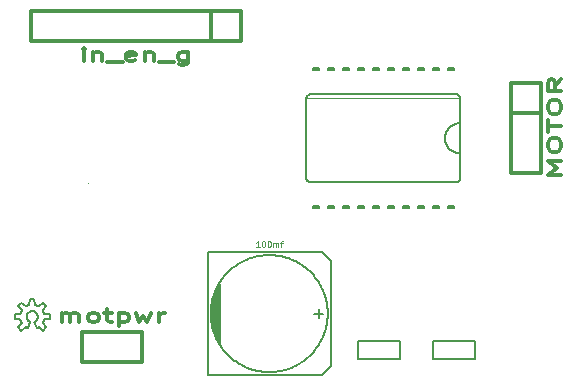
<source format=gto>
G04 ( created by brdgerber.py ( brdgerber.py v0.1 2014-03-12 ) ) date 2021-02-10 18:50:52 EST*
G04 Gerber Fmt 3.4, Leading zero omitted, Abs format*
%MOIN*%
%FSLAX34Y34*%
G01*
G70*
G90*
G04 APERTURE LIST*
%ADD18R,0.0472X0.0275*%
%ADD10R,0.0260X0.0800*%
%ADD16C,0.0120*%
%ADD23C,0.0200*%
%ADD20C,0.1500*%
%ADD29C,0.0472*%
%ADD13C,0.0020*%
%ADD12C,0.0060*%
%ADD15C,0.0550*%
%ADD25C,0.0059*%
%ADD22R,0.0709X0.0629*%
%ADD14R,0.0550X0.0550*%
%ADD19C,0.0012*%
%ADD27R,0.1575X0.0945*%
%ADD21C,0.0000*%
%ADD17R,0.0629X0.0709*%
%ADD11C,0.0050*%
%ADD28C,0.0047*%
%ADD26C,0.0400*%
%ADD24C,0.0100*%
G04 APERTURE END LIST*
G54D18*
D12*
G01X05690Y18130D02*
G01X10510Y18130D01*
D12*
G01X05690Y21070D02*
G01X05686Y21070D01*
G01X05683Y21070D01*
G01X05679Y21070D01*
G01X05675Y21069D01*
G01X05672Y21069D01*
G01X05668Y21068D01*
G01X05664Y21068D01*
G01X05661Y21067D01*
G01X05657Y21066D01*
G01X05654Y21066D01*
G01X05650Y21065D01*
G01X05646Y21064D01*
G01X05643Y21062D01*
G01X05639Y21061D01*
G01X05636Y21060D01*
G01X05633Y21059D01*
G01X05629Y21057D01*
G01X05626Y21056D01*
G01X05623Y21054D01*
G01X05619Y21052D01*
G01X05616Y21051D01*
G01X05613Y21049D01*
G01X05610Y21047D01*
G01X05607Y21045D01*
G01X05604Y21043D01*
G01X05601Y21040D01*
G01X05598Y21038D01*
G01X05595Y21036D01*
G01X05592Y21034D01*
G01X05589Y21031D01*
G01X05587Y21029D01*
G01X05584Y21026D01*
G01X05581Y21023D01*
G01X05579Y21021D01*
G01X05576Y21018D01*
G01X05574Y21015D01*
G01X05572Y21012D01*
G01X05570Y21009D01*
G01X05567Y21006D01*
G01X05565Y21003D01*
G01X05563Y21000D01*
G01X05561Y20997D01*
G01X05559Y20994D01*
G01X05558Y20991D01*
G01X05556Y20987D01*
G01X05554Y20984D01*
G01X05553Y20981D01*
G01X05551Y20977D01*
G01X05550Y20974D01*
G01X05549Y20971D01*
G01X05548Y20967D01*
G01X05546Y20964D01*
G01X05545Y20960D01*
G01X05544Y20956D01*
G01X05544Y20953D01*
G01X05543Y20949D01*
G01X05542Y20946D01*
G01X05542Y20942D01*
G01X05541Y20938D01*
G01X05541Y20935D01*
G01X05540Y20931D01*
G01X05540Y20927D01*
G01X05540Y20924D01*
G01X05540Y20920D01*
D12*
G01X10660Y18280D02*
G01X10660Y18276D01*
G01X10660Y18273D01*
G01X10660Y18269D01*
G01X10659Y18265D01*
G01X10659Y18262D01*
G01X10658Y18258D01*
G01X10658Y18254D01*
G01X10657Y18251D01*
G01X10656Y18247D01*
G01X10656Y18244D01*
G01X10655Y18240D01*
G01X10654Y18236D01*
G01X10652Y18233D01*
G01X10651Y18229D01*
G01X10650Y18226D01*
G01X10649Y18223D01*
G01X10647Y18219D01*
G01X10646Y18216D01*
G01X10644Y18213D01*
G01X10642Y18209D01*
G01X10641Y18206D01*
G01X10639Y18203D01*
G01X10637Y18200D01*
G01X10635Y18197D01*
G01X10633Y18194D01*
G01X10630Y18191D01*
G01X10628Y18188D01*
G01X10626Y18185D01*
G01X10624Y18182D01*
G01X10621Y18179D01*
G01X10619Y18177D01*
G01X10616Y18174D01*
G01X10613Y18171D01*
G01X10611Y18169D01*
G01X10608Y18166D01*
G01X10605Y18164D01*
G01X10602Y18162D01*
G01X10599Y18160D01*
G01X10596Y18157D01*
G01X10593Y18155D01*
G01X10590Y18153D01*
G01X10587Y18151D01*
G01X10584Y18149D01*
G01X10581Y18148D01*
G01X10577Y18146D01*
G01X10574Y18144D01*
G01X10571Y18143D01*
G01X10567Y18141D01*
G01X10564Y18140D01*
G01X10561Y18139D01*
G01X10557Y18138D01*
G01X10554Y18136D01*
G01X10550Y18135D01*
G01X10546Y18134D01*
G01X10543Y18134D01*
G01X10539Y18133D01*
G01X10536Y18132D01*
G01X10532Y18132D01*
G01X10528Y18131D01*
G01X10525Y18131D01*
G01X10521Y18130D01*
G01X10517Y18130D01*
G01X10514Y18130D01*
G01X10510Y18130D01*
D12*
G01X05690Y18130D02*
G01X05686Y18130D01*
G01X05683Y18130D01*
G01X05679Y18130D01*
G01X05675Y18131D01*
G01X05672Y18131D01*
G01X05668Y18132D01*
G01X05664Y18132D01*
G01X05661Y18133D01*
G01X05657Y18134D01*
G01X05654Y18134D01*
G01X05650Y18135D01*
G01X05646Y18136D01*
G01X05643Y18138D01*
G01X05639Y18139D01*
G01X05636Y18140D01*
G01X05633Y18141D01*
G01X05629Y18143D01*
G01X05626Y18144D01*
G01X05623Y18146D01*
G01X05619Y18148D01*
G01X05616Y18149D01*
G01X05613Y18151D01*
G01X05610Y18153D01*
G01X05607Y18155D01*
G01X05604Y18157D01*
G01X05601Y18160D01*
G01X05598Y18162D01*
G01X05595Y18164D01*
G01X05592Y18166D01*
G01X05589Y18169D01*
G01X05587Y18171D01*
G01X05584Y18174D01*
G01X05581Y18177D01*
G01X05579Y18179D01*
G01X05576Y18182D01*
G01X05574Y18185D01*
G01X05572Y18188D01*
G01X05570Y18191D01*
G01X05567Y18194D01*
G01X05565Y18197D01*
G01X05563Y18200D01*
G01X05561Y18203D01*
G01X05559Y18206D01*
G01X05558Y18209D01*
G01X05556Y18213D01*
G01X05554Y18216D01*
G01X05553Y18219D01*
G01X05551Y18223D01*
G01X05550Y18226D01*
G01X05549Y18229D01*
G01X05548Y18233D01*
G01X05546Y18236D01*
G01X05545Y18240D01*
G01X05544Y18244D01*
G01X05544Y18247D01*
G01X05543Y18251D01*
G01X05542Y18254D01*
G01X05542Y18258D01*
G01X05541Y18262D01*
G01X05541Y18265D01*
G01X05540Y18269D01*
G01X05540Y18273D01*
G01X05540Y18276D01*
G01X05540Y18280D01*
D12*
G01X10660Y20920D02*
G01X10660Y20924D01*
G01X10660Y20927D01*
G01X10660Y20931D01*
G01X10659Y20935D01*
G01X10659Y20938D01*
G01X10658Y20942D01*
G01X10658Y20946D01*
G01X10657Y20949D01*
G01X10656Y20953D01*
G01X10656Y20956D01*
G01X10655Y20960D01*
G01X10654Y20964D01*
G01X10652Y20967D01*
G01X10651Y20971D01*
G01X10650Y20974D01*
G01X10649Y20977D01*
G01X10647Y20981D01*
G01X10646Y20984D01*
G01X10644Y20987D01*
G01X10642Y20991D01*
G01X10641Y20994D01*
G01X10639Y20997D01*
G01X10637Y21000D01*
G01X10635Y21003D01*
G01X10633Y21006D01*
G01X10630Y21009D01*
G01X10628Y21012D01*
G01X10626Y21015D01*
G01X10624Y21018D01*
G01X10621Y21021D01*
G01X10619Y21023D01*
G01X10616Y21026D01*
G01X10613Y21029D01*
G01X10611Y21031D01*
G01X10608Y21034D01*
G01X10605Y21036D01*
G01X10602Y21038D01*
G01X10599Y21040D01*
G01X10596Y21043D01*
G01X10593Y21045D01*
G01X10590Y21047D01*
G01X10587Y21049D01*
G01X10584Y21051D01*
G01X10581Y21052D01*
G01X10577Y21054D01*
G01X10574Y21056D01*
G01X10571Y21057D01*
G01X10567Y21059D01*
G01X10564Y21060D01*
G01X10561Y21061D01*
G01X10557Y21062D01*
G01X10554Y21064D01*
G01X10550Y21065D01*
G01X10546Y21066D01*
G01X10543Y21066D01*
G01X10539Y21067D01*
G01X10536Y21068D01*
G01X10532Y21068D01*
G01X10528Y21069D01*
G01X10525Y21069D01*
G01X10521Y21070D01*
G01X10517Y21070D01*
G01X10514Y21070D01*
G01X10510Y21070D01*
D12*
G01X10510Y21070D02*
G01X05690Y21070D01*
D12*
G01X05540Y20920D02*
G01X05540Y18280D01*
D12*
G01X10660Y18280D02*
G01X10660Y19100D01*
D12*
G01X10660Y19100D02*
G01X10660Y20100D01*
D12*
G01X10660Y20100D02*
G01X10660Y20920D01*
D13*
G01X10650Y20930D02*
G01X05550Y20930D01*
D12*
G01X10660Y19100D02*
G01X10635Y19101D01*
G01X10611Y19102D01*
G01X10587Y19105D01*
G01X10562Y19110D01*
G01X10539Y19115D01*
G01X10515Y19122D01*
G01X10492Y19129D01*
G01X10469Y19138D01*
G01X10446Y19148D01*
G01X10424Y19159D01*
G01X10403Y19171D01*
G01X10382Y19184D01*
G01X10362Y19198D01*
G01X10343Y19213D01*
G01X10324Y19230D01*
G01X10306Y19246D01*
G01X10290Y19264D01*
G01X10273Y19283D01*
G01X10258Y19302D01*
G01X10244Y19322D01*
G01X10231Y19343D01*
G01X10219Y19364D01*
G01X10208Y19386D01*
G01X10198Y19409D01*
G01X10189Y19432D01*
G01X10182Y19455D01*
G01X10175Y19479D01*
G01X10170Y19502D01*
G01X10165Y19527D01*
G01X10162Y19551D01*
G01X10161Y19575D01*
G01X10160Y19600D01*
G01X10161Y19625D01*
G01X10162Y19649D01*
G01X10165Y19673D01*
G01X10170Y19698D01*
G01X10175Y19721D01*
G01X10182Y19745D01*
G01X10189Y19768D01*
G01X10198Y19791D01*
G01X10208Y19814D01*
G01X10219Y19836D01*
G01X10231Y19857D01*
G01X10244Y19878D01*
G01X10258Y19898D01*
G01X10273Y19917D01*
G01X10290Y19936D01*
G01X10306Y19954D01*
G01X10324Y19970D01*
G01X10343Y19987D01*
G01X10362Y20002D01*
G01X10382Y20016D01*
G01X10403Y20029D01*
G01X10424Y20041D01*
G01X10446Y20052D01*
G01X10469Y20062D01*
G01X10492Y20071D01*
G01X10515Y20078D01*
G01X10539Y20085D01*
G01X10562Y20090D01*
G01X10587Y20095D01*
G01X10611Y20098D01*
G01X10635Y20099D01*
G01X10660Y20100D01*
D11*
G01X10450Y21920D02*
G01X10250Y21920D01*
D11*
G01X10250Y21920D02*
G01X10250Y21870D01*
D11*
G01X10250Y21870D02*
G01X10450Y21870D01*
D11*
G01X10450Y21870D02*
G01X10450Y21920D01*
D11*
G01X09950Y21920D02*
G01X09750Y21920D01*
D11*
G01X09750Y21920D02*
G01X09750Y21870D01*
D11*
G01X09750Y21870D02*
G01X09950Y21870D01*
D11*
G01X09950Y21870D02*
G01X09950Y21920D01*
D11*
G01X09450Y21920D02*
G01X09250Y21920D01*
D11*
G01X09250Y21920D02*
G01X09250Y21870D01*
D11*
G01X09250Y21870D02*
G01X09450Y21870D01*
D11*
G01X09450Y21870D02*
G01X09450Y21920D01*
D11*
G01X08950Y21920D02*
G01X08750Y21920D01*
D11*
G01X08750Y21920D02*
G01X08750Y21870D01*
D11*
G01X08750Y21870D02*
G01X08950Y21870D01*
D11*
G01X08950Y21870D02*
G01X08950Y21920D01*
D11*
G01X08450Y21920D02*
G01X08250Y21920D01*
D11*
G01X08250Y21920D02*
G01X08250Y21870D01*
D11*
G01X08250Y21870D02*
G01X08450Y21870D01*
D11*
G01X08450Y21870D02*
G01X08450Y21920D01*
D11*
G01X07950Y21920D02*
G01X07750Y21920D01*
D11*
G01X07750Y21920D02*
G01X07750Y21870D01*
D11*
G01X07750Y21870D02*
G01X07950Y21870D01*
D11*
G01X07950Y21870D02*
G01X07950Y21920D01*
D11*
G01X07450Y21920D02*
G01X07250Y21920D01*
D11*
G01X07250Y21920D02*
G01X07250Y21870D01*
D11*
G01X07250Y21870D02*
G01X07450Y21870D01*
D11*
G01X07450Y21870D02*
G01X07450Y21920D01*
D11*
G01X06950Y21920D02*
G01X06750Y21920D01*
D11*
G01X06750Y21920D02*
G01X06750Y21870D01*
D11*
G01X06750Y21870D02*
G01X06950Y21870D01*
D11*
G01X06950Y21870D02*
G01X06950Y21920D01*
D11*
G01X10450Y17330D02*
G01X10250Y17330D01*
D11*
G01X10250Y17330D02*
G01X10250Y17280D01*
D11*
G01X10250Y17280D02*
G01X10450Y17280D01*
D11*
G01X10450Y17280D02*
G01X10450Y17330D01*
D11*
G01X09950Y17330D02*
G01X09750Y17330D01*
D11*
G01X09750Y17330D02*
G01X09750Y17280D01*
D11*
G01X09750Y17280D02*
G01X09950Y17280D01*
D11*
G01X09950Y17280D02*
G01X09950Y17330D01*
D11*
G01X09450Y17330D02*
G01X09250Y17330D01*
D11*
G01X09250Y17330D02*
G01X09250Y17280D01*
D11*
G01X09250Y17280D02*
G01X09450Y17280D01*
D11*
G01X09450Y17280D02*
G01X09450Y17330D01*
D11*
G01X08950Y17330D02*
G01X08750Y17330D01*
D11*
G01X08750Y17330D02*
G01X08750Y17280D01*
D11*
G01X08750Y17280D02*
G01X08950Y17280D01*
D11*
G01X08950Y17280D02*
G01X08950Y17330D01*
D11*
G01X08450Y17330D02*
G01X08250Y17330D01*
D11*
G01X08250Y17330D02*
G01X08250Y17280D01*
D11*
G01X08250Y17280D02*
G01X08450Y17280D01*
D11*
G01X08450Y17280D02*
G01X08450Y17330D01*
D11*
G01X07950Y17330D02*
G01X07750Y17330D01*
D11*
G01X07750Y17330D02*
G01X07750Y17280D01*
D11*
G01X07750Y17280D02*
G01X07950Y17280D01*
D11*
G01X07950Y17280D02*
G01X07950Y17330D01*
D11*
G01X07450Y17330D02*
G01X07250Y17330D01*
D11*
G01X07250Y17330D02*
G01X07250Y17280D01*
D11*
G01X07250Y17280D02*
G01X07450Y17280D01*
D11*
G01X07450Y17280D02*
G01X07450Y17330D01*
D11*
G01X06950Y17330D02*
G01X06750Y17330D01*
D11*
G01X06750Y17330D02*
G01X06750Y17280D01*
D11*
G01X06750Y17280D02*
G01X06950Y17280D01*
D11*
G01X06950Y17280D02*
G01X06950Y17330D01*
D11*
G01X06450Y17330D02*
G01X06250Y17330D01*
D11*
G01X06250Y17330D02*
G01X06250Y17280D01*
D11*
G01X06250Y17280D02*
G01X06450Y17280D01*
D11*
G01X06450Y17280D02*
G01X06450Y17330D01*
D11*
G01X05950Y17330D02*
G01X05750Y17330D01*
D11*
G01X05750Y17330D02*
G01X05750Y17280D01*
D11*
G01X05750Y17280D02*
G01X05950Y17280D01*
D11*
G01X05950Y17280D02*
G01X05950Y17330D01*
D11*
G01X06450Y21920D02*
G01X06250Y21920D01*
D11*
G01X06250Y21920D02*
G01X06250Y21870D01*
D11*
G01X06250Y21870D02*
G01X06450Y21870D01*
D11*
G01X06450Y21870D02*
G01X06450Y21920D01*
D11*
G01X05950Y21920D02*
G01X05750Y21920D01*
D11*
G01X05750Y21920D02*
G01X05750Y21870D01*
D11*
G01X05750Y21870D02*
G01X05950Y21870D01*
D11*
G01X05950Y21870D02*
G01X05950Y21920D01*
D16*
G01X03350Y22850D02*
G01X03350Y22850D01*
D16*
G01X03350Y22850D02*
G01X-03650Y22850D01*
D16*
G01X-03650Y22850D02*
G01X-03650Y23850D01*
D16*
G01X-03650Y23850D02*
G01X03350Y23850D01*
D16*
G01X03350Y23850D02*
G01X03350Y22850D01*
D16*
G01X02350Y23850D02*
G01X02350Y23850D01*
D16*
G01X02350Y23850D02*
G01X02350Y22850D01*
D16*
G01X-01885Y22177D02*
G01X-01885Y22462D01*
D16*
G01X-01885Y22605D02*
G01X-01917Y22584D01*
G01X-01885Y22564D01*
G01X-01852Y22584D01*
G01X-01885Y22605D01*
G01X-01885Y22564D01*
D16*
G01X-01561Y22462D02*
G01X-01561Y22177D01*
D16*
G01X-01561Y22421D02*
G01X-01528Y22442D01*
G01X-01463Y22462D01*
G01X-01366Y22462D01*
G01X-01301Y22442D01*
G01X-01269Y22401D01*
G01X-01269Y22177D01*
D16*
G01X-01107Y22136D02*
G01X-00588Y22136D01*
D16*
G01X-00166Y22197D02*
G01X-00231Y22177D01*
G01X-00361Y22177D01*
G01X-00426Y22197D01*
G01X-00458Y22238D01*
G01X-00458Y22401D01*
G01X-00426Y22442D01*
G01X-00361Y22462D01*
G01X-00231Y22462D01*
G01X-00166Y22442D01*
G01X-00134Y22401D01*
G01X-00134Y22360D01*
G01X-00458Y22319D01*
D16*
G01X00158Y22462D02*
G01X00158Y22177D01*
D16*
G01X00158Y22421D02*
G01X00191Y22442D01*
G01X00255Y22462D01*
G01X00353Y22462D01*
G01X00418Y22442D01*
G01X00450Y22401D01*
G01X00450Y22177D01*
D16*
G01X00612Y22136D02*
G01X01131Y22136D01*
D16*
G01X01585Y22462D02*
G01X01585Y22116D01*
G01X01552Y22075D01*
G01X01520Y22054D01*
G01X01455Y22034D01*
G01X01358Y22034D01*
G01X01293Y22054D01*
D16*
G01X01585Y22197D02*
G01X01520Y22177D01*
G01X01390Y22177D01*
G01X01326Y22197D01*
G01X01293Y22218D01*
G01X01261Y22258D01*
G01X01261Y22381D01*
G01X01293Y22421D01*
G01X01326Y22442D01*
G01X01390Y22462D01*
G01X01520Y22462D01*
G01X01585Y22442D01*
D11*
G01X11150Y12250D02*
G01X09750Y12250D01*
D11*
G01X09750Y12250D02*
G01X09750Y12850D01*
D11*
G01X09750Y12850D02*
G01X11150Y12850D01*
D11*
G01X11150Y12850D02*
G01X11150Y12250D01*
D21*
G01X-01750Y18100D02*
G01X-01750Y18100D01*
G01X-01750Y18100D01*
G01X-01750Y18100D01*
G01X-01750Y18100D01*
G01X-01750Y18100D01*
G01X-01750Y18100D01*
G01X-01750Y18100D01*
G01X-01750Y18100D01*
G01X-01750Y18100D01*
G01X-01750Y18100D01*
G01X-01750Y18100D01*
G01X-01750Y18100D01*
G01X-01750Y18100D01*
G01X-01750Y18100D01*
G01X-01750Y18100D01*
D21*
G01X-01750Y18100D02*
G01X-01750Y18100D01*
G01X-01750Y18100D01*
G01X-01750Y18100D01*
G01X-01750Y18100D01*
G01X-01750Y18100D01*
G01X-01750Y18100D01*
G01X-01750Y18100D01*
G01X-01750Y18100D01*
G01X-01750Y18100D01*
G01X-01750Y18100D01*
G01X-01750Y18100D01*
D21*
G01X-01750Y18100D02*
G01X-01750Y18100D01*
D21*
G01X-01750Y18100D02*
G01X-01750Y18100D01*
G01X-01750Y18100D01*
G01X-01750Y18100D01*
G01X-01750Y18100D01*
D21*
G01X-01750Y18100D02*
G01X-01750Y18100D01*
G01X-01750Y18100D01*
G01X-01750Y18100D01*
G01X-01750Y18100D01*
G01X-01750Y18100D01*
G01X-01750Y18100D01*
G01X-01750Y18100D01*
G01X-01750Y18100D01*
G01X-01750Y18100D01*
G01X-01750Y18100D01*
G01X-01750Y18100D01*
G01X-01750Y18100D01*
D21*
G01X-01750Y18100D02*
G01X-01750Y18100D01*
G01X-01750Y18100D01*
G01X-01750Y18100D01*
G01X-01750Y18100D01*
D16*
G01X-01950Y12150D02*
G01X-01950Y13150D01*
D16*
G01X-01950Y13150D02*
G01X00050Y13150D01*
D16*
G01X00050Y13150D02*
G01X00050Y12150D01*
D16*
G01X00050Y12150D02*
G01X-01950Y12150D01*
D16*
G01X-02620Y13477D02*
G01X-02620Y13762D01*
D16*
G01X-02620Y13721D02*
G01X-02588Y13742D01*
G01X-02523Y13762D01*
G01X-02425Y13762D01*
G01X-02361Y13742D01*
G01X-02328Y13701D01*
G01X-02328Y13477D01*
D16*
G01X-02328Y13701D02*
G01X-02296Y13742D01*
G01X-02231Y13762D01*
G01X-02134Y13762D01*
G01X-02069Y13742D01*
G01X-02036Y13701D01*
G01X-02036Y13477D01*
D16*
G01X-01615Y13477D02*
G01X-01680Y13497D01*
G01X-01712Y13518D01*
G01X-01744Y13558D01*
G01X-01744Y13681D01*
G01X-01712Y13721D01*
G01X-01680Y13742D01*
G01X-01615Y13762D01*
G01X-01517Y13762D01*
G01X-01453Y13742D01*
G01X-01420Y13721D01*
G01X-01388Y13681D01*
G01X-01388Y13558D01*
G01X-01420Y13518D01*
G01X-01453Y13497D01*
G01X-01517Y13477D01*
G01X-01615Y13477D01*
D16*
G01X-01193Y13762D02*
G01X-00934Y13762D01*
D16*
G01X-01096Y13905D02*
G01X-01096Y13538D01*
G01X-01064Y13497D01*
G01X-00999Y13477D01*
G01X-00934Y13477D01*
D16*
G01X-00707Y13762D02*
G01X-00707Y13334D01*
D16*
G01X-00707Y13742D02*
G01X-00642Y13762D01*
G01X-00512Y13762D01*
G01X-00447Y13742D01*
G01X-00415Y13721D01*
G01X-00383Y13681D01*
G01X-00383Y13558D01*
G01X-00415Y13518D01*
G01X-00447Y13497D01*
G01X-00512Y13477D01*
G01X-00642Y13477D01*
G01X-00707Y13497D01*
D16*
G01X-00156Y13762D02*
G01X-00026Y13477D01*
G01X00104Y13681D01*
G01X00234Y13477D01*
G01X00363Y13762D01*
D16*
G01X00623Y13477D02*
G01X00623Y13762D01*
D16*
G01X00623Y13681D02*
G01X00655Y13721D01*
G01X00688Y13742D01*
G01X00752Y13762D01*
G01X00817Y13762D01*
D16*
G01X12350Y21450D02*
G01X13350Y21450D01*
D16*
G01X13350Y21450D02*
G01X13350Y18450D01*
D16*
G01X13350Y18450D02*
G01X12350Y18450D01*
D16*
G01X12350Y18450D02*
G01X12350Y21450D01*
D16*
G01X13350Y20450D02*
G01X12350Y20450D01*
D16*
G01X14022Y18355D02*
G01X13598Y18355D01*
G01X13900Y18590D01*
G01X13598Y18825D01*
G01X14022Y18825D01*
D16*
G01X13598Y19295D02*
G01X13598Y19430D01*
G01X13618Y19497D01*
G01X13658Y19564D01*
G01X13739Y19598D01*
G01X13880Y19598D01*
G01X13961Y19564D01*
G01X14001Y19497D01*
G01X14022Y19430D01*
G01X14022Y19295D01*
G01X14001Y19228D01*
G01X13961Y19161D01*
G01X13880Y19127D01*
G01X13739Y19127D01*
G01X13658Y19161D01*
G01X13618Y19228D01*
G01X13598Y19295D01*
D16*
G01X13598Y19799D02*
G01X13598Y20202D01*
D16*
G01X14022Y20000D02*
G01X13598Y20000D01*
D16*
G01X13598Y20571D02*
G01X13598Y20705D01*
G01X13618Y20772D01*
G01X13658Y20840D01*
G01X13739Y20873D01*
G01X13880Y20873D01*
G01X13961Y20840D01*
G01X14001Y20772D01*
G01X14022Y20705D01*
G01X14022Y20571D01*
G01X14001Y20504D01*
G01X13961Y20437D01*
G01X13880Y20403D01*
G01X13739Y20403D01*
G01X13658Y20437D01*
G01X13618Y20504D01*
G01X13598Y20571D01*
D16*
G01X14022Y21578D02*
G01X13820Y21343D01*
D16*
G01X14022Y21175D02*
G01X13598Y21175D01*
G01X13598Y21444D01*
G01X13618Y21511D01*
G01X13638Y21545D01*
G01X13678Y21578D01*
G01X13739Y21578D01*
G01X13779Y21545D01*
G01X13800Y21511D01*
G01X13820Y21444D01*
G01X13820Y21175D01*
D11*
G01X08650Y12250D02*
G01X07250Y12250D01*
D11*
G01X07250Y12250D02*
G01X07250Y12850D01*
D11*
G01X07250Y12850D02*
G01X08650Y12850D01*
D11*
G01X08650Y12850D02*
G01X08650Y12250D01*
D25*
G01X-03445Y13275D02*
G01X-03444Y13275D01*
G01X-03443Y13276D01*
G01X-03442Y13276D01*
G01X-03441Y13277D01*
G01X-03440Y13277D01*
G01X-03439Y13277D01*
G01X-03438Y13278D01*
G01X-03437Y13278D01*
G01X-03436Y13279D01*
G01X-03435Y13279D01*
G01X-03434Y13280D01*
G01X-03434Y13280D01*
G01X-03433Y13280D01*
G01X-03432Y13281D01*
G01X-03431Y13281D01*
G01X-03430Y13282D01*
G01X-03429Y13282D01*
G01X-03428Y13283D01*
G01X-03427Y13283D01*
G01X-03426Y13283D01*
G01X-03425Y13284D01*
G01X-03424Y13284D01*
G01X-03423Y13285D01*
G01X-03422Y13285D01*
G01X-03421Y13286D01*
G01X-03420Y13286D01*
G01X-03419Y13287D01*
G01X-03419Y13287D01*
G01X-03418Y13288D01*
G01X-03417Y13288D01*
G01X-03416Y13288D01*
G01X-03415Y13289D01*
G01X-03414Y13289D01*
G01X-03413Y13290D01*
G01X-03412Y13290D01*
G01X-03411Y13291D01*
G01X-03410Y13291D01*
G01X-03409Y13292D01*
G01X-03408Y13292D01*
G01X-03407Y13293D01*
G01X-03407Y13293D01*
G01X-03406Y13294D01*
G01X-03405Y13294D01*
G01X-03404Y13295D01*
G01X-03403Y13295D01*
G01X-03402Y13296D01*
G01X-03401Y13296D01*
G01X-03400Y13297D01*
G01X-03399Y13297D01*
G01X-03398Y13298D01*
G01X-03397Y13298D01*
G01X-03397Y13299D01*
G01X-03396Y13299D01*
G01X-03395Y13300D01*
G01X-03394Y13301D01*
G01X-03393Y13301D01*
G01X-03392Y13302D01*
G01X-03391Y13302D01*
G01X-03390Y13303D01*
G01X-03389Y13303D01*
G01X-03388Y13304D01*
G01X-03388Y13304D01*
G01X-03387Y13305D01*
G01X-03386Y13305D01*
D25*
G01X-03385Y13306D02*
G01X-03237Y13185D01*
D25*
G01X-03237Y13185D02*
G01X-03135Y13287D01*
D25*
G01X-03135Y13287D02*
G01X-03256Y13435D01*
D25*
G01X-03256Y13435D02*
G01X-03255Y13437D01*
G01X-03254Y13439D01*
G01X-03253Y13440D01*
G01X-03252Y13442D01*
G01X-03251Y13444D01*
G01X-03249Y13446D01*
G01X-03248Y13448D01*
G01X-03247Y13449D01*
G01X-03246Y13451D01*
G01X-03245Y13453D01*
G01X-03244Y13455D01*
G01X-03243Y13457D01*
G01X-03242Y13459D01*
G01X-03241Y13460D01*
G01X-03240Y13462D01*
G01X-03239Y13464D01*
G01X-03238Y13466D01*
G01X-03237Y13468D01*
G01X-03237Y13470D01*
G01X-03236Y13472D01*
G01X-03235Y13474D01*
G01X-03234Y13476D01*
G01X-03233Y13477D01*
G01X-03232Y13479D01*
G01X-03231Y13481D01*
G01X-03230Y13483D01*
G01X-03229Y13485D01*
G01X-03229Y13487D01*
G01X-03228Y13489D01*
G01X-03227Y13491D01*
G01X-03226Y13493D01*
G01X-03225Y13495D01*
G01X-03224Y13497D01*
G01X-03224Y13499D01*
G01X-03223Y13501D01*
G01X-03222Y13503D01*
G01X-03221Y13504D01*
G01X-03221Y13506D01*
G01X-03220Y13508D01*
G01X-03219Y13510D01*
G01X-03218Y13512D01*
G01X-03218Y13514D01*
G01X-03217Y13516D01*
G01X-03216Y13518D01*
G01X-03216Y13520D01*
G01X-03215Y13522D01*
G01X-03214Y13524D01*
G01X-03214Y13526D01*
G01X-03213Y13528D01*
G01X-03212Y13530D01*
G01X-03212Y13532D01*
G01X-03211Y13534D01*
G01X-03211Y13536D01*
G01X-03210Y13538D01*
G01X-03209Y13540D01*
G01X-03209Y13542D01*
G01X-03208Y13544D01*
G01X-03208Y13546D01*
G01X-03207Y13549D01*
G01X-03207Y13551D01*
G01X-03206Y13553D01*
G01X-03206Y13555D01*
G01X-03205Y13557D01*
G01X-03205Y13559D01*
D25*
G01X-03205Y13559D02*
G01X-03014Y13579D01*
D25*
G01X-03014Y13579D02*
G01X-03014Y13721D01*
D25*
G01X-03014Y13721D02*
G01X-03205Y13741D01*
D25*
G01X-03205Y13741D02*
G01X-03205Y13743D01*
G01X-03206Y13745D01*
G01X-03206Y13747D01*
G01X-03207Y13749D01*
G01X-03207Y13751D01*
G01X-03208Y13753D01*
G01X-03209Y13755D01*
G01X-03209Y13757D01*
G01X-03210Y13759D01*
G01X-03210Y13761D01*
G01X-03211Y13763D01*
G01X-03211Y13765D01*
G01X-03212Y13767D01*
G01X-03213Y13769D01*
G01X-03213Y13771D01*
G01X-03214Y13773D01*
G01X-03215Y13775D01*
G01X-03215Y13777D01*
G01X-03216Y13779D01*
G01X-03217Y13781D01*
G01X-03217Y13783D01*
G01X-03218Y13785D01*
G01X-03219Y13787D01*
G01X-03219Y13789D01*
G01X-03220Y13791D01*
G01X-03221Y13793D01*
G01X-03222Y13795D01*
G01X-03222Y13797D01*
G01X-03223Y13799D01*
G01X-03224Y13801D01*
G01X-03225Y13803D01*
G01X-03225Y13805D01*
G01X-03226Y13807D01*
G01X-03227Y13809D01*
G01X-03228Y13811D01*
G01X-03229Y13813D01*
G01X-03230Y13815D01*
G01X-03230Y13817D01*
G01X-03231Y13818D01*
G01X-03232Y13820D01*
G01X-03233Y13822D01*
G01X-03234Y13824D01*
G01X-03235Y13826D01*
G01X-03236Y13828D01*
G01X-03237Y13830D01*
G01X-03238Y13832D01*
G01X-03239Y13834D01*
G01X-03240Y13835D01*
G01X-03241Y13837D01*
G01X-03241Y13839D01*
G01X-03242Y13841D01*
G01X-03243Y13843D01*
G01X-03244Y13845D01*
G01X-03245Y13847D01*
G01X-03247Y13848D01*
G01X-03248Y13850D01*
G01X-03249Y13852D01*
G01X-03250Y13854D01*
G01X-03251Y13856D01*
G01X-03252Y13857D01*
G01X-03253Y13859D01*
G01X-03254Y13861D01*
G01X-03255Y13863D01*
G01X-03256Y13865D01*
D25*
G01X-03256Y13865D02*
G01X-03135Y14013D01*
D25*
G01X-03135Y14013D02*
G01X-03237Y14115D01*
D25*
G01X-03237Y14115D02*
G01X-03385Y13994D01*
D25*
G01X-03385Y13994D02*
G01X-03387Y13995D01*
G01X-03389Y13996D01*
G01X-03390Y13997D01*
G01X-03392Y13998D01*
G01X-03394Y13999D01*
G01X-03396Y14001D01*
G01X-03398Y14002D01*
G01X-03399Y14003D01*
G01X-03401Y14004D01*
G01X-03403Y14005D01*
G01X-03405Y14006D01*
G01X-03407Y14007D01*
G01X-03409Y14008D01*
G01X-03410Y14009D01*
G01X-03412Y14010D01*
G01X-03414Y14011D01*
G01X-03416Y14012D01*
G01X-03418Y14013D01*
G01X-03420Y14013D01*
G01X-03422Y14014D01*
G01X-03424Y14015D01*
G01X-03426Y14016D01*
G01X-03427Y14017D01*
G01X-03429Y14018D01*
G01X-03431Y14019D01*
G01X-03433Y14020D01*
G01X-03435Y14021D01*
G01X-03437Y14021D01*
G01X-03439Y14022D01*
G01X-03441Y14023D01*
G01X-03443Y14024D01*
G01X-03445Y14025D01*
G01X-03447Y14026D01*
G01X-03449Y14026D01*
G01X-03451Y14027D01*
G01X-03453Y14028D01*
G01X-03454Y14029D01*
G01X-03456Y14029D01*
G01X-03458Y14030D01*
G01X-03460Y14031D01*
G01X-03462Y14032D01*
G01X-03464Y14032D01*
G01X-03466Y14033D01*
G01X-03468Y14034D01*
G01X-03470Y14034D01*
G01X-03472Y14035D01*
G01X-03474Y14036D01*
G01X-03476Y14036D01*
G01X-03478Y14037D01*
G01X-03480Y14038D01*
G01X-03482Y14038D01*
G01X-03484Y14039D01*
G01X-03486Y14039D01*
G01X-03488Y14040D01*
G01X-03490Y14041D01*
G01X-03492Y14041D01*
G01X-03494Y14042D01*
G01X-03496Y14042D01*
G01X-03499Y14043D01*
G01X-03501Y14043D01*
G01X-03503Y14044D01*
G01X-03505Y14044D01*
G01X-03507Y14045D01*
G01X-03509Y14045D01*
D25*
G01X-03509Y14045D02*
G01X-03529Y14236D01*
D25*
G01X-03529Y14236D02*
G01X-03671Y14236D01*
D25*
G01X-03671Y14236D02*
G01X-03691Y14045D01*
D25*
G01X-03691Y14045D02*
G01X-03693Y14045D01*
G01X-03695Y14044D01*
G01X-03697Y14044D01*
G01X-03699Y14043D01*
G01X-03701Y14043D01*
G01X-03703Y14042D01*
G01X-03705Y14041D01*
G01X-03707Y14041D01*
G01X-03709Y14040D01*
G01X-03711Y14040D01*
G01X-03713Y14039D01*
G01X-03715Y14039D01*
G01X-03717Y14038D01*
G01X-03719Y14037D01*
G01X-03721Y14037D01*
G01X-03723Y14036D01*
G01X-03725Y14035D01*
G01X-03727Y14035D01*
G01X-03729Y14034D01*
G01X-03731Y14033D01*
G01X-03733Y14033D01*
G01X-03735Y14032D01*
G01X-03737Y14031D01*
G01X-03739Y14031D01*
G01X-03741Y14030D01*
G01X-03743Y14029D01*
G01X-03745Y14028D01*
G01X-03747Y14028D01*
G01X-03749Y14027D01*
G01X-03751Y14026D01*
G01X-03753Y14025D01*
G01X-03755Y14025D01*
G01X-03757Y14024D01*
G01X-03759Y14023D01*
G01X-03761Y14022D01*
G01X-03763Y14021D01*
G01X-03765Y14020D01*
G01X-03767Y14020D01*
G01X-03768Y14019D01*
G01X-03770Y14018D01*
G01X-03772Y14017D01*
G01X-03774Y14016D01*
G01X-03776Y14015D01*
G01X-03778Y14014D01*
G01X-03780Y14013D01*
G01X-03782Y14012D01*
G01X-03784Y14011D01*
G01X-03785Y14010D01*
G01X-03787Y14009D01*
G01X-03789Y14009D01*
G01X-03791Y14008D01*
G01X-03793Y14007D01*
G01X-03795Y14006D01*
G01X-03797Y14005D01*
G01X-03798Y14003D01*
G01X-03800Y14002D01*
G01X-03802Y14001D01*
G01X-03804Y14000D01*
G01X-03806Y13999D01*
G01X-03807Y13998D01*
G01X-03809Y13997D01*
G01X-03811Y13996D01*
G01X-03813Y13995D01*
G01X-03815Y13994D01*
D25*
G01X-03815Y13994D02*
G01X-03963Y14115D01*
D25*
G01X-03963Y14115D02*
G01X-04065Y14013D01*
D25*
G01X-04065Y14013D02*
G01X-03944Y13865D01*
D25*
G01X-03944Y13865D02*
G01X-03945Y13863D01*
G01X-03946Y13861D01*
G01X-03947Y13860D01*
G01X-03948Y13858D01*
G01X-03949Y13856D01*
G01X-03951Y13854D01*
G01X-03952Y13852D01*
G01X-03953Y13851D01*
G01X-03954Y13849D01*
G01X-03955Y13847D01*
G01X-03956Y13845D01*
G01X-03957Y13843D01*
G01X-03958Y13841D01*
G01X-03959Y13840D01*
G01X-03960Y13838D01*
G01X-03961Y13836D01*
G01X-03962Y13834D01*
G01X-03963Y13832D01*
G01X-03963Y13830D01*
G01X-03964Y13828D01*
G01X-03965Y13826D01*
G01X-03966Y13824D01*
G01X-03967Y13823D01*
G01X-03968Y13821D01*
G01X-03969Y13819D01*
G01X-03970Y13817D01*
G01X-03971Y13815D01*
G01X-03971Y13813D01*
G01X-03972Y13811D01*
G01X-03973Y13809D01*
G01X-03974Y13807D01*
G01X-03975Y13805D01*
G01X-03976Y13803D01*
G01X-03976Y13801D01*
G01X-03977Y13799D01*
G01X-03978Y13797D01*
G01X-03979Y13796D01*
G01X-03979Y13794D01*
G01X-03980Y13792D01*
G01X-03981Y13790D01*
G01X-03982Y13788D01*
G01X-03982Y13786D01*
G01X-03983Y13784D01*
G01X-03984Y13782D01*
G01X-03984Y13780D01*
G01X-03985Y13778D01*
G01X-03986Y13776D01*
G01X-03986Y13774D01*
G01X-03987Y13772D01*
G01X-03988Y13770D01*
G01X-03988Y13768D01*
G01X-03989Y13766D01*
G01X-03989Y13764D01*
G01X-03990Y13762D01*
G01X-03991Y13760D01*
G01X-03991Y13758D01*
G01X-03992Y13756D01*
G01X-03992Y13754D01*
G01X-03993Y13751D01*
G01X-03993Y13749D01*
G01X-03994Y13747D01*
G01X-03994Y13745D01*
G01X-03995Y13743D01*
G01X-03995Y13741D01*
D25*
G01X-03995Y13741D02*
G01X-04186Y13721D01*
D25*
G01X-04186Y13721D02*
G01X-04186Y13579D01*
D25*
G01X-04186Y13579D02*
G01X-03995Y13559D01*
D25*
G01X-03995Y13559D02*
G01X-03995Y13557D01*
G01X-03994Y13555D01*
G01X-03994Y13553D01*
G01X-03993Y13551D01*
G01X-03993Y13549D01*
G01X-03992Y13547D01*
G01X-03991Y13545D01*
G01X-03991Y13543D01*
G01X-03990Y13541D01*
G01X-03990Y13539D01*
G01X-03989Y13537D01*
G01X-03989Y13535D01*
G01X-03988Y13533D01*
G01X-03987Y13531D01*
G01X-03987Y13529D01*
G01X-03986Y13527D01*
G01X-03985Y13525D01*
G01X-03985Y13523D01*
G01X-03984Y13521D01*
G01X-03983Y13519D01*
G01X-03983Y13517D01*
G01X-03982Y13515D01*
G01X-03981Y13513D01*
G01X-03981Y13511D01*
G01X-03980Y13509D01*
G01X-03979Y13507D01*
G01X-03978Y13505D01*
G01X-03978Y13503D01*
G01X-03977Y13501D01*
G01X-03976Y13499D01*
G01X-03975Y13497D01*
G01X-03975Y13495D01*
G01X-03974Y13493D01*
G01X-03973Y13491D01*
G01X-03972Y13489D01*
G01X-03971Y13487D01*
G01X-03970Y13485D01*
G01X-03970Y13483D01*
G01X-03969Y13482D01*
G01X-03968Y13480D01*
G01X-03967Y13478D01*
G01X-03966Y13476D01*
G01X-03965Y13474D01*
G01X-03964Y13472D01*
G01X-03963Y13470D01*
G01X-03962Y13468D01*
G01X-03961Y13466D01*
G01X-03960Y13465D01*
G01X-03959Y13463D01*
G01X-03959Y13461D01*
G01X-03958Y13459D01*
G01X-03957Y13457D01*
G01X-03956Y13455D01*
G01X-03955Y13453D01*
G01X-03953Y13452D01*
G01X-03952Y13450D01*
G01X-03951Y13448D01*
G01X-03950Y13446D01*
G01X-03949Y13444D01*
G01X-03948Y13443D01*
G01X-03947Y13441D01*
G01X-03946Y13439D01*
G01X-03945Y13437D01*
G01X-03944Y13435D01*
D25*
G01X-03944Y13435D02*
G01X-04065Y13287D01*
D25*
G01X-04065Y13287D02*
G01X-03963Y13185D01*
D25*
G01X-03963Y13185D02*
G01X-03815Y13306D01*
D25*
G01X-03815Y13306D02*
G01X-03814Y13305D01*
G01X-03813Y13305D01*
G01X-03812Y13304D01*
G01X-03811Y13304D01*
G01X-03811Y13303D01*
G01X-03810Y13303D01*
G01X-03809Y13302D01*
G01X-03808Y13302D01*
G01X-03807Y13301D01*
G01X-03806Y13301D01*
G01X-03805Y13300D01*
G01X-03804Y13300D01*
G01X-03803Y13299D01*
G01X-03803Y13299D01*
G01X-03802Y13298D01*
G01X-03801Y13297D01*
G01X-03800Y13297D01*
G01X-03799Y13296D01*
G01X-03798Y13296D01*
G01X-03797Y13295D01*
G01X-03796Y13295D01*
G01X-03795Y13294D01*
G01X-03794Y13294D01*
G01X-03793Y13293D01*
G01X-03793Y13293D01*
G01X-03792Y13292D01*
G01X-03791Y13292D01*
G01X-03790Y13291D01*
G01X-03789Y13291D01*
G01X-03788Y13290D01*
G01X-03787Y13290D01*
G01X-03786Y13290D01*
G01X-03785Y13289D01*
G01X-03784Y13289D01*
G01X-03783Y13288D01*
G01X-03782Y13288D01*
G01X-03781Y13287D01*
G01X-03781Y13287D01*
G01X-03780Y13286D01*
G01X-03779Y13286D01*
G01X-03778Y13285D01*
G01X-03777Y13285D01*
G01X-03776Y13284D01*
G01X-03775Y13284D01*
G01X-03774Y13284D01*
G01X-03773Y13283D01*
G01X-03772Y13283D01*
G01X-03771Y13282D01*
G01X-03770Y13282D01*
G01X-03769Y13281D01*
G01X-03768Y13281D01*
G01X-03767Y13280D01*
G01X-03766Y13280D01*
G01X-03765Y13280D01*
G01X-03765Y13279D01*
G01X-03764Y13279D01*
G01X-03763Y13278D01*
G01X-03762Y13278D01*
G01X-03761Y13278D01*
G01X-03760Y13277D01*
G01X-03759Y13277D01*
G01X-03758Y13276D01*
G01X-03757Y13276D01*
G01X-03756Y13276D01*
D25*
G01X-03755Y13275D02*
G01X-03670Y13480D01*
D25*
G01X-03670Y13480D02*
G01X-03673Y13481D01*
G01X-03676Y13483D01*
G01X-03679Y13484D01*
G01X-03682Y13486D01*
G01X-03685Y13487D01*
G01X-03688Y13489D01*
G01X-03691Y13490D01*
G01X-03694Y13492D01*
G01X-03697Y13494D01*
G01X-03700Y13496D01*
G01X-03703Y13498D01*
G01X-03706Y13499D01*
G01X-03708Y13501D01*
G01X-03711Y13503D01*
G01X-03714Y13506D01*
G01X-03716Y13508D01*
G01X-03719Y13510D01*
G01X-03721Y13512D01*
G01X-03724Y13514D01*
G01X-03726Y13517D01*
G01X-03729Y13519D01*
G01X-03731Y13521D01*
G01X-03734Y13524D01*
G01X-03736Y13526D01*
G01X-03738Y13529D01*
G01X-03740Y13531D01*
G01X-03743Y13534D01*
G01X-03745Y13537D01*
G01X-03747Y13539D01*
G01X-03749Y13542D01*
G01X-03751Y13545D01*
G01X-03753Y13548D01*
G01X-03755Y13550D01*
G01X-03756Y13553D01*
G01X-03758Y13556D01*
G01X-03760Y13559D01*
G01X-03761Y13562D01*
G01X-03763Y13565D01*
G01X-03765Y13568D01*
G01X-03766Y13571D01*
G01X-03767Y13574D01*
G01X-03769Y13577D01*
G01X-03770Y13580D01*
G01X-03771Y13583D01*
G01X-03773Y13587D01*
G01X-03774Y13590D01*
G01X-03775Y13593D01*
G01X-03776Y13596D01*
G01X-03777Y13600D01*
G01X-03778Y13603D01*
G01X-03779Y13606D01*
G01X-03779Y13609D01*
G01X-03780Y13613D01*
G01X-03781Y13616D01*
G01X-03781Y13619D01*
G01X-03782Y13623D01*
G01X-03782Y13626D01*
G01X-03783Y13629D01*
G01X-03783Y13633D01*
G01X-03783Y13636D01*
G01X-03784Y13639D01*
G01X-03784Y13643D01*
G01X-03784Y13646D01*
G01X-03784Y13650D01*
D25*
G01X-03784Y13650D02*
G01X-03784Y13662D01*
G01X-03782Y13675D01*
G01X-03780Y13687D01*
G01X-03777Y13699D01*
G01X-03774Y13711D01*
G01X-03769Y13722D01*
G01X-03764Y13734D01*
G01X-03758Y13745D01*
G01X-03751Y13755D01*
G01X-03744Y13765D01*
G01X-03736Y13774D01*
G01X-03727Y13783D01*
G01X-03718Y13791D01*
G01X-03708Y13799D01*
G01X-03698Y13806D01*
G01X-03687Y13812D01*
G01X-03676Y13818D01*
G01X-03664Y13822D01*
G01X-03652Y13826D01*
G01X-03640Y13830D01*
G01X-03628Y13832D01*
G01X-03616Y13833D01*
G01X-03604Y13834D01*
G01X-03591Y13834D01*
G01X-03579Y13833D01*
G01X-03566Y13831D01*
G01X-03554Y13828D01*
G01X-03542Y13825D01*
G01X-03531Y13820D01*
G01X-03519Y13815D01*
G01X-03508Y13810D01*
G01X-03498Y13803D01*
G01X-03488Y13796D01*
G01X-03478Y13788D01*
G01X-03469Y13779D01*
G01X-03461Y13770D01*
G01X-03453Y13761D01*
G01X-03446Y13750D01*
G01X-03439Y13740D01*
G01X-03434Y13729D01*
G01X-03429Y13717D01*
G01X-03425Y13706D01*
G01X-03421Y13694D01*
G01X-03419Y13682D01*
G01X-03417Y13669D01*
G01X-03416Y13657D01*
G01X-03416Y13645D01*
G01X-03417Y13632D01*
G01X-03418Y13620D01*
G01X-03421Y13608D01*
G01X-03424Y13596D01*
G01X-03428Y13584D01*
G01X-03433Y13573D01*
G01X-03439Y13562D01*
G01X-03445Y13551D01*
G01X-03452Y13541D01*
G01X-03460Y13531D01*
G01X-03468Y13522D01*
G01X-03477Y13513D01*
G01X-03487Y13505D01*
G01X-03497Y13498D01*
G01X-03507Y13491D01*
G01X-03518Y13485D01*
G01X-03529Y13480D01*
D25*
G01X-03530Y13480D02*
G01X-03445Y13275D01*
D11*
G01X02400Y13350D02*
G01X02400Y14150D01*
D11*
G01X02450Y14300D02*
G01X02450Y13150D01*
D11*
G01X02500Y13050D02*
G01X02500Y14450D01*
D11*
G01X02550Y14600D02*
G01X02550Y12900D01*
D11*
G01X02600Y12800D02*
G01X02600Y14700D01*
D11*
G01X02650Y14750D02*
G01X02650Y12750D01*
D11*
G01X06250Y13750D02*
G01X06250Y13750D01*
G01X06249Y13798D01*
G01X06248Y13846D01*
G01X06245Y13893D01*
G01X06241Y13941D01*
G01X06235Y13989D01*
G01X06229Y14036D01*
G01X06221Y14083D01*
G01X06213Y14130D01*
G01X06203Y14177D01*
G01X06192Y14224D01*
G01X06179Y14270D01*
G01X06166Y14316D01*
G01X06152Y14362D01*
G01X06136Y14407D01*
G01X06119Y14452D01*
G01X06102Y14496D01*
G01X06083Y14540D01*
G01X06063Y14584D01*
G01X06042Y14627D01*
G01X06020Y14669D01*
G01X05997Y14711D01*
G01X05973Y14753D01*
G01X05947Y14793D01*
G01X05921Y14833D01*
G01X05894Y14873D01*
G01X05866Y14912D01*
G01X05837Y14950D01*
G01X05807Y14987D01*
G01X05777Y15024D01*
G01X05745Y15060D01*
G01X05712Y15095D01*
G01X05679Y15129D01*
G01X05645Y15162D01*
G01X05610Y15195D01*
G01X05574Y15227D01*
G01X05537Y15257D01*
G01X05500Y15287D01*
G01X05462Y15316D01*
G01X05423Y15344D01*
G01X05383Y15371D01*
G01X05343Y15397D01*
G01X05303Y15423D01*
G01X05261Y15447D01*
G01X05219Y15470D01*
G01X05177Y15492D01*
G01X05134Y15513D01*
G01X05090Y15533D01*
G01X05046Y15552D01*
G01X05002Y15569D01*
G01X04957Y15586D01*
G01X04912Y15602D01*
G01X04866Y15616D01*
G01X04820Y15629D01*
G01X04774Y15642D01*
G01X04727Y15653D01*
G01X04680Y15663D01*
G01X04633Y15671D01*
G01X04586Y15679D01*
G01X04539Y15685D01*
G01X04491Y15691D01*
G01X04443Y15695D01*
G01X04396Y15698D01*
G01X04348Y15699D01*
G01X04300Y15700D01*
G01X04252Y15699D01*
G01X04204Y15698D01*
G01X04157Y15695D01*
G01X04109Y15691D01*
G01X04061Y15685D01*
G01X04014Y15679D01*
G01X03967Y15671D01*
G01X03920Y15663D01*
G01X03873Y15653D01*
G01X03826Y15642D01*
G01X03780Y15629D01*
G01X03734Y15616D01*
G01X03688Y15602D01*
G01X03643Y15586D01*
G01X03598Y15569D01*
G01X03554Y15552D01*
G01X03510Y15533D01*
G01X03466Y15513D01*
G01X03423Y15492D01*
G01X03381Y15470D01*
G01X03339Y15447D01*
G01X03297Y15423D01*
G01X03257Y15397D01*
G01X03217Y15371D01*
G01X03177Y15344D01*
G01X03138Y15316D01*
G01X03100Y15287D01*
G01X03063Y15257D01*
G01X03026Y15227D01*
G01X02990Y15195D01*
G01X02955Y15162D01*
G01X02921Y15129D01*
G01X02888Y15095D01*
G01X02855Y15060D01*
G01X02823Y15024D01*
G01X02793Y14987D01*
G01X02763Y14950D01*
G01X02734Y14912D01*
G01X02706Y14873D01*
G01X02679Y14833D01*
G01X02653Y14793D01*
G01X02627Y14753D01*
G01X02603Y14711D01*
G01X02580Y14669D01*
G01X02558Y14627D01*
G01X02537Y14584D01*
G01X02517Y14540D01*
G01X02498Y14496D01*
G01X02481Y14452D01*
G01X02464Y14407D01*
G01X02448Y14362D01*
G01X02434Y14316D01*
G01X02421Y14270D01*
G01X02408Y14224D01*
G01X02397Y14177D01*
G01X02387Y14130D01*
G01X02379Y14083D01*
G01X02371Y14036D01*
G01X02365Y13989D01*
G01X02359Y13941D01*
G01X02355Y13893D01*
G01X02352Y13846D01*
G01X02351Y13798D01*
G01X02350Y13750D01*
G01X02351Y13702D01*
G01X02352Y13654D01*
G01X02355Y13607D01*
G01X02359Y13559D01*
G01X02365Y13511D01*
G01X02371Y13464D01*
G01X02379Y13417D01*
G01X02387Y13370D01*
G01X02397Y13323D01*
G01X02408Y13276D01*
G01X02421Y13230D01*
G01X02434Y13184D01*
G01X02448Y13138D01*
G01X02464Y13093D01*
G01X02481Y13048D01*
G01X02498Y13004D01*
G01X02517Y12960D01*
G01X02537Y12916D01*
G01X02558Y12873D01*
G01X02580Y12831D01*
G01X02603Y12789D01*
G01X02627Y12747D01*
G01X02653Y12707D01*
G01X02679Y12667D01*
G01X02706Y12627D01*
G01X02734Y12588D01*
G01X02763Y12550D01*
G01X02793Y12513D01*
G01X02823Y12476D01*
G01X02855Y12440D01*
G01X02888Y12405D01*
G01X02921Y12371D01*
G01X02955Y12338D01*
G01X02990Y12305D01*
G01X03026Y12273D01*
G01X03063Y12243D01*
G01X03100Y12213D01*
G01X03138Y12184D01*
G01X03177Y12156D01*
G01X03217Y12129D01*
G01X03257Y12103D01*
G01X03297Y12077D01*
G01X03339Y12053D01*
G01X03381Y12030D01*
G01X03423Y12008D01*
G01X03466Y11987D01*
G01X03510Y11967D01*
G01X03554Y11948D01*
G01X03598Y11931D01*
G01X03643Y11914D01*
G01X03688Y11898D01*
G01X03734Y11884D01*
G01X03780Y11871D01*
G01X03826Y11858D01*
G01X03873Y11847D01*
G01X03920Y11837D01*
G01X03967Y11829D01*
G01X04014Y11821D01*
G01X04061Y11815D01*
G01X04109Y11809D01*
G01X04157Y11805D01*
G01X04204Y11802D01*
G01X04252Y11801D01*
G01X04300Y11800D01*
G01X04348Y11801D01*
G01X04396Y11802D01*
G01X04443Y11805D01*
G01X04491Y11809D01*
G01X04539Y11815D01*
G01X04586Y11821D01*
G01X04633Y11829D01*
G01X04680Y11837D01*
G01X04727Y11847D01*
G01X04774Y11858D01*
G01X04820Y11871D01*
G01X04866Y11884D01*
G01X04912Y11898D01*
G01X04957Y11914D01*
G01X05002Y11931D01*
G01X05046Y11948D01*
G01X05090Y11967D01*
G01X05134Y11987D01*
G01X05177Y12008D01*
G01X05219Y12030D01*
G01X05261Y12053D01*
G01X05303Y12077D01*
G01X05343Y12103D01*
G01X05383Y12129D01*
G01X05423Y12156D01*
G01X05462Y12184D01*
G01X05500Y12213D01*
G01X05537Y12243D01*
G01X05574Y12273D01*
G01X05610Y12305D01*
G01X05645Y12338D01*
G01X05679Y12371D01*
G01X05712Y12405D01*
G01X05745Y12440D01*
G01X05777Y12476D01*
G01X05807Y12513D01*
G01X05837Y12550D01*
G01X05866Y12588D01*
G01X05894Y12627D01*
G01X05921Y12667D01*
G01X05947Y12707D01*
G01X05973Y12747D01*
G01X05997Y12789D01*
G01X06020Y12831D01*
G01X06042Y12873D01*
G01X06063Y12916D01*
G01X06083Y12960D01*
G01X06102Y13004D01*
G01X06119Y13048D01*
G01X06136Y13093D01*
G01X06152Y13138D01*
G01X06166Y13184D01*
G01X06179Y13230D01*
G01X06192Y13276D01*
G01X06203Y13323D01*
G01X06213Y13370D01*
G01X06221Y13417D01*
G01X06229Y13464D01*
G01X06235Y13511D01*
G01X06241Y13559D01*
G01X06245Y13607D01*
G01X06248Y13654D01*
G01X06249Y13702D01*
G01X06250Y13750D01*
D11*
G01X02250Y15800D02*
G01X02250Y11700D01*
D11*
G01X02250Y11700D02*
G01X06050Y11700D01*
D11*
G01X06050Y11700D02*
G01X06350Y12000D01*
D11*
G01X06350Y12000D02*
G01X06350Y15500D01*
D11*
G01X06350Y15500D02*
G01X06050Y15800D01*
D11*
G01X06050Y15800D02*
G01X02250Y15800D01*
D11*
G01X06100Y13750D02*
G01X05800Y13750D01*
D11*
G01X05950Y13900D02*
G01X05950Y13600D01*
D28*
G01X03981Y15970D02*
G01X03868Y15970D01*
D28*
G01X03925Y15970D02*
G01X03925Y16167D01*
G01X03906Y16139D01*
G01X03887Y16120D01*
G01X03868Y16111D01*
D28*
G01X04103Y16167D02*
G01X04122Y16167D01*
G01X04141Y16158D01*
G01X04150Y16148D01*
G01X04159Y16130D01*
G01X04169Y16092D01*
G01X04169Y16045D01*
G01X04159Y16008D01*
G01X04150Y15989D01*
G01X04141Y15980D01*
G01X04122Y15970D01*
G01X04103Y15970D01*
G01X04084Y15980D01*
G01X04075Y15989D01*
G01X04065Y16008D01*
G01X04056Y16045D01*
G01X04056Y16092D01*
G01X04065Y16130D01*
G01X04075Y16148D01*
G01X04084Y16158D01*
G01X04103Y16167D01*
D28*
G01X04291Y16167D02*
G01X04309Y16167D01*
G01X04328Y16158D01*
G01X04338Y16148D01*
G01X04347Y16130D01*
G01X04356Y16092D01*
G01X04356Y16045D01*
G01X04347Y16008D01*
G01X04338Y15989D01*
G01X04328Y15980D01*
G01X04309Y15970D01*
G01X04291Y15970D01*
G01X04272Y15980D01*
G01X04262Y15989D01*
G01X04253Y16008D01*
G01X04244Y16045D01*
G01X04244Y16092D01*
G01X04253Y16130D01*
G01X04262Y16148D01*
G01X04272Y16158D01*
G01X04291Y16167D01*
D28*
G01X04441Y15970D02*
G01X04441Y16102D01*
D28*
G01X04441Y16083D02*
G01X04450Y16092D01*
G01X04469Y16102D01*
G01X04497Y16102D01*
G01X04516Y16092D01*
G01X04525Y16073D01*
G01X04525Y15970D01*
D28*
G01X04525Y16073D02*
G01X04535Y16092D01*
G01X04553Y16102D01*
G01X04581Y16102D01*
G01X04600Y16092D01*
G01X04610Y16073D01*
G01X04610Y15970D01*
D28*
G01X04675Y16102D02*
G01X04750Y16102D01*
D28*
G01X04703Y15970D02*
G01X04703Y16139D01*
G01X04713Y16158D01*
G01X04732Y16167D01*
G01X04750Y16167D01*
M02*

</source>
